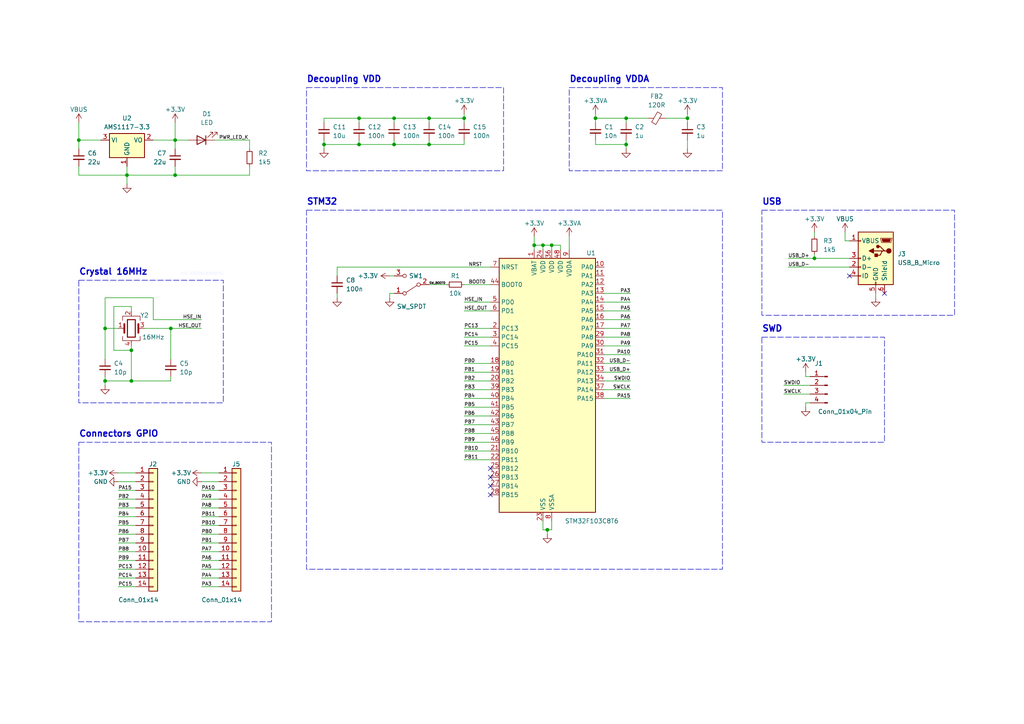
<source format=kicad_sch>
(kicad_sch (version 20230121) (generator eeschema)
  (paper "A4")
  (title_block (title "STM32 Devkit by Victor Freitas") (date "2023-08-19") (rev "1.0") (company "VLab"))
  (lib_symbols
    (symbol "Connector:Conn_01x04_Pin" (pin_names (offset 1.016) hide)
      (property "Reference" "J" (at 0 5.08 0))
      (property "Value" "Conn_01x04_Pin" (at 0 -7.62 0))
      (symbol "Conn_01x04_Pin_1_1"
        (polyline (pts (xy 1.27 -5.08) (xy 0.8636 -5.08)) (stroke (width 0.1524)))
        (polyline (pts (xy 1.27 -2.54) (xy 0.8636 -2.54)) (stroke (width 0.1524)))
        (polyline (pts (xy 1.27 0) (xy 0.8636 0)) (stroke (width 0.1524)))
        (polyline (pts (xy 1.27 2.54) (xy 0.8636 2.54)) (stroke (width 0.1524)))
        (rectangle (start 0.8636 -4.953) (end 0 -5.207) (stroke (width 0.1524)) (fill (type outline)))
        (rectangle (start 0.8636 -2.413) (end 0 -2.667) (stroke (width 0.1524)) (fill (type outline)))
        (rectangle (start 0.8636 0.127) (end 0 -0.127) (stroke (width 0.1524)) (fill (type outline)))
        (rectangle (start 0.8636 2.667) (end 0 2.413) (stroke (width 0.1524)) (fill (type outline)))
        (pin passive line (at 5.08 2.54 180) (length 3.81) (name "Pin_1") (number "1"))
        (pin passive line (at 5.08 0 180) (length 3.81) (name "Pin_2") (number "2"))
        (pin passive line (at 5.08 -2.54 180) (length 3.81) (name "Pin_3") (number "3"))
        (pin passive line (at 5.08 -5.08 180) (length 3.81) (name "Pin_4") (number "4"))
      )
    )
    (symbol "Connector:USB_B_Micro" (pin_names (offset 1.016))
      (property "Reference" "J" (at -5.08 11.43 0))
      (property "Value" "USB_B_Micro" (at -5.08 8.89 0))
      (symbol "USB_B_Micro_0_1"
        (rectangle (start -5.08 -7.62) (end 5.08 7.62) (stroke (width 0.254)) (fill (type background)))
        (circle (center -3.81 2.159) (radius 0.635) (stroke (width 0.254)) (fill (type outline)))
        (circle (center -0.635 3.429) (radius 0.381) (stroke (width 0.254)) (fill (type outline)))
        (rectangle (start -0.127 -7.62) (end 0.127 -6.858))
        (polyline (pts (xy -1.905 2.159) (xy 0.635 2.159)) (stroke (width 0.254)))
        (polyline (pts (xy -3.175 2.159) (xy -2.54 2.159) (xy -1.27 3.429) (xy -0.635 3.429)) (stroke (width 0.254)))
        (polyline (pts (xy -2.54 2.159) (xy -1.905 2.159) (xy -1.27 0.889) (xy 0 0.889)) (stroke (width 0.254)))
        (polyline (pts (xy 0.635 2.794) (xy 0.635 1.524) (xy 1.905 2.159) (xy 0.635 2.794)) (stroke (width 0.254)) (fill (type outline)))
        (polyline (pts (xy -4.318 5.588) (xy -1.778 5.588) (xy -2.032 4.826) (xy -4.064 4.826) (xy -4.318 5.588)) (fill (type outline)))
        (polyline (pts (xy -4.699 5.842) (xy -4.699 5.588) (xy -4.445 4.826) (xy -4.445 4.572) (xy -1.651 4.572) (xy -1.651 4.826) (xy -1.397 5.588) (xy -1.397 5.842) (xy -4.699 5.842)))
        (rectangle (start 0.254 1.27) (end -0.508 0.508) (stroke (width 0.254)) (fill (type outline)))
        (rectangle (start 5.08 -5.207) (end 4.318 -4.953))
        (rectangle (start 5.08 -2.667) (end 4.318 -2.413))
        (rectangle (start 5.08 -0.127) (end 4.318 0.127))
        (rectangle (start 5.08 4.953) (end 4.318 5.207))
      )
      (symbol "USB_B_Micro_1_1"
        (pin power_out line (at 7.62 5.08 180) (length 2.54) (name "VBUS") (number "1"))
        (pin bidirectional line (at 7.62 -2.54 180) (length 2.54) (name "D-") (number "2"))
        (pin bidirectional line (at 7.62 0 180) (length 2.54) (name "D+") (number "3"))
        (pin passive line (at 7.62 -5.08 180) (length 2.54) (name "ID") (number "4"))
        (pin power_out line (at 0 -10.16 90) (length 2.54) (name "GND") (number "5"))
        (pin passive line (at -2.54 -10.16 90) (length 2.54) (name "Shield") (number "6"))
      )
    )
    (symbol "Connector_Generic:Conn_01x14" (pin_names (offset 1.016) hide)
      (property "Reference" "J" (at 0 17.78 0))
      (property "Value" "Conn_01x14" (at 0 -20.32 0))
      (symbol "Conn_01x14_1_1"
        (rectangle (start -1.27 -17.653) (end 0 -17.907) (stroke (width 0.1524)))
        (rectangle (start -1.27 -15.113) (end 0 -15.367) (stroke (width 0.1524)))
        (rectangle (start -1.27 -12.573) (end 0 -12.827) (stroke (width 0.1524)))
        (rectangle (start -1.27 -10.033) (end 0 -10.287) (stroke (width 0.1524)))
        (rectangle (start -1.27 -7.493) (end 0 -7.747) (stroke (width 0.1524)))
        (rectangle (start -1.27 -4.953) (end 0 -5.207) (stroke (width 0.1524)))
        (rectangle (start -1.27 -2.413) (end 0 -2.667) (stroke (width 0.1524)))
        (rectangle (start -1.27 0.127) (end 0 -0.127) (stroke (width 0.1524)))
        (rectangle (start -1.27 2.667) (end 0 2.413) (stroke (width 0.1524)))
        (rectangle (start -1.27 5.207) (end 0 4.953) (stroke (width 0.1524)))
        (rectangle (start -1.27 7.747) (end 0 7.493) (stroke (width 0.1524)))
        (rectangle (start -1.27 10.287) (end 0 10.033) (stroke (width 0.1524)))
        (rectangle (start -1.27 12.827) (end 0 12.573) (stroke (width 0.1524)))
        (rectangle (start -1.27 15.367) (end 0 15.113) (stroke (width 0.1524)))
        (rectangle (start -1.27 16.51) (end 1.27 -19.05) (stroke (width 0.254)) (fill (type background)))
        (pin passive line (at -5.08 15.24 0) (length 3.81) (name "Pin_1") (number "1"))
        (pin passive line (at -5.08 -7.62 0) (length 3.81) (name "Pin_10") (number "10"))
        (pin passive line (at -5.08 -10.16 0) (length 3.81) (name "Pin_11") (number "11"))
        (pin passive line (at -5.08 -12.7 0) (length 3.81) (name "Pin_12") (number "12"))
        (pin passive line (at -5.08 -15.24 0) (length 3.81) (name "Pin_13") (number "13"))
        (pin passive line (at -5.08 -17.78 0) (length 3.81) (name "Pin_14") (number "14"))
        (pin passive line (at -5.08 12.7 0) (length 3.81) (name "Pin_2") (number "2"))
        (pin passive line (at -5.08 10.16 0) (length 3.81) (name "Pin_3") (number "3"))
        (pin passive line (at -5.08 7.62 0) (length 3.81) (name "Pin_4") (number "4"))
        (pin passive line (at -5.08 5.08 0) (length 3.81) (name "Pin_5") (number "5"))
        (pin passive line (at -5.08 2.54 0) (length 3.81) (name "Pin_6") (number "6"))
        (pin passive line (at -5.08 0 0) (length 3.81) (name "Pin_7") (number "7"))
        (pin passive line (at -5.08 -2.54 0) (length 3.81) (name "Pin_8") (number "8"))
        (pin passive line (at -5.08 -5.08 0) (length 3.81) (name "Pin_9") (number "9"))
      )
    )
    (symbol "Device:C_Small" (pin_numbers hide) (pin_names (offset 0.254) hide)
      (property "Reference" "C" (at 0.254 1.778 0))
      (property "Value" "C_Small" (at 0.254 -2.032 0))
      (symbol "C_Small_0_1"
        (polyline (pts (xy -1.524 -0.508) (xy 1.524 -0.508)) (stroke (width 0.3302)))
        (polyline (pts (xy -1.524 0.508) (xy 1.524 0.508)) (stroke (width 0.3048)))
      )
      (symbol "C_Small_1_1"
        (pin passive line (at 0 2.54 270) (length 2.032) (name "~") (number "1"))
        (pin passive line (at 0 -2.54 90) (length 2.032) (name "~") (number "2"))
      )
    )
    (symbol "Device:Crystal_GND24" (pin_names (offset 1.016) hide)
      (property "Reference" "Y" (at 3.175 5.08 0))
      (property "Value" "Crystal_GND24" (at 3.175 3.175 0))
      (symbol "Crystal_GND24_0_1"
        (rectangle (start -1.143 2.54) (end 1.143 -2.54) (stroke (width 0.3048)))
        (polyline (pts (xy -2.54 0) (xy -2.032 0)))
        (polyline (pts (xy -2.032 -1.27) (xy -2.032 1.27)) (stroke (width 0.508)))
        (polyline (pts (xy 0 -3.81) (xy 0 -3.556)))
        (polyline (pts (xy 0 3.556) (xy 0 3.81)))
        (polyline (pts (xy 2.032 -1.27) (xy 2.032 1.27)) (stroke (width 0.508)))
        (polyline (pts (xy 2.032 0) (xy 2.54 0)))
        (polyline (pts (xy -2.54 -2.286) (xy -2.54 -3.556) (xy 2.54 -3.556) (xy 2.54 -2.286)))
        (polyline (pts (xy -2.54 2.286) (xy -2.54 3.556) (xy 2.54 3.556) (xy 2.54 2.286)))
      )
      (symbol "Crystal_GND24_1_1"
        (pin passive line (at -3.81 0 0) (length 1.27) (name "1") (number "1"))
        (pin passive line (at 0 5.08 270) (length 1.27) (name "2") (number "2"))
        (pin passive line (at 3.81 0 180) (length 1.27) (name "3") (number "3"))
        (pin passive line (at 0 -5.08 90) (length 1.27) (name "4") (number "4"))
      )
    )
    (symbol "Device:FerriteBead_Small" (pin_numbers hide) (pin_names (offset 0))
      (property "Reference" "FB" (at 1.905 1.27 0))
      (property "Value" "FerriteBead_Small" (at 1.905 -1.27 0))
      (symbol "FerriteBead_Small_0_1"
        (polyline (pts (xy 0 -1.27) (xy 0 -0.7874)))
        (polyline (pts (xy 0 0.889) (xy 0 1.2954)))
        (polyline (pts (xy -1.8288 0.2794) (xy -1.1176 1.4986) (xy 1.8288 -0.2032) (xy 1.1176 -1.4224) (xy -1.8288 0.2794)))
      )
      (symbol "FerriteBead_Small_1_1"
        (pin passive line (at 0 2.54 270) (length 1.27) (name "~") (number "1"))
        (pin passive line (at 0 -2.54 90) (length 1.27) (name "~") (number "2"))
      )
    )
    (symbol "Device:LED" (pin_numbers hide) (pin_names (offset 1.016) hide)
      (property "Reference" "D" (at 0 2.54 0))
      (property "Value" "LED" (at 0 -2.54 0))
      (symbol "LED_0_1"
        (polyline (pts (xy -1.27 -1.27) (xy -1.27 1.27)) (stroke (width 0.254)))
        (polyline (pts (xy -1.27 0) (xy 1.27 0)))
        (polyline (pts (xy 1.27 -1.27) (xy 1.27 1.27) (xy -1.27 0) (xy 1.27 -1.27)) (stroke (width 0.254)))
        (polyline (pts (xy -3.048 -0.762) (xy -4.572 -2.286) (xy -3.81 -2.286) (xy -4.572 -2.286) (xy -4.572 -1.524)))
        (polyline (pts (xy -1.778 -0.762) (xy -3.302 -2.286) (xy -2.54 -2.286) (xy -3.302 -2.286) (xy -3.302 -1.524)))
      )
      (symbol "LED_1_1"
        (pin passive line (at -3.81 0 0) (length 2.54) (name "K") (number "1"))
        (pin passive line (at 3.81 0 180) (length 2.54) (name "A") (number "2"))
      )
    )
    (symbol "Device:R_Small" (pin_numbers hide) (pin_names (offset 0.254) hide)
      (property "Reference" "R" (at 0.762 0.508 0))
      (property "Value" "R_Small" (at 0.762 -1.016 0))
      (symbol "R_Small_0_1"
        (rectangle (start -0.762 1.778) (end 0.762 -1.778) (stroke (width 0.2032)))
      )
      (symbol "R_Small_1_1"
        (pin passive line (at 0 2.54 270) (length 0.762) (name "~") (number "1"))
        (pin passive line (at 0 -2.54 90) (length 0.762) (name "~") (number "2"))
      )
    )
    (symbol "MCU_ST_STM32F1:STM32F103C8Tx"
      (property "Reference" "U" (at -12.7 39.37 0))
      (property "Value" "STM32F103C8Tx" (at 10.16 39.37 0))
      (symbol "STM32F103C8Tx_0_1"
        (rectangle (start -12.7 -35.56) (end 15.24 38.1) (stroke (width 0.254)) (fill (type background)))
      )
      (symbol "STM32F103C8Tx_1_1"
        (pin power_in line (at -2.54 40.64 270) (length 2.54) (name "VBAT") (number "1"))
        (pin bidirectional line (at 17.78 35.56 180) (length 2.54) (name "PA0") (number "10"))
        (pin bidirectional line (at 17.78 33.02 180) (length 2.54) (name "PA1") (number "11"))
        (pin bidirectional line (at 17.78 30.48 180) (length 2.54) (name "PA2") (number "12"))
        (pin bidirectional line (at 17.78 27.94 180) (length 2.54) (name "PA3") (number "13"))
        (pin bidirectional line (at 17.78 25.4 180) (length 2.54) (name "PA4") (number "14"))
        (pin bidirectional line (at 17.78 22.86 180) (length 2.54) (name "PA5") (number "15"))
        (pin bidirectional line (at 17.78 20.32 180) (length 2.54) (name "PA6") (number "16"))
        (pin bidirectional line (at 17.78 17.78 180) (length 2.54) (name "PA7") (number "17"))
        (pin bidirectional line (at -15.24 7.62 0) (length 2.54) (name "PB0") (number "18"))
        (pin bidirectional line (at -15.24 5.08 0) (length 2.54) (name "PB1") (number "19"))
        (pin bidirectional line (at -15.24 17.78 0) (length 2.54) (name "PC13") (number "2"))
        (pin bidirectional line (at -15.24 2.54 0) (length 2.54) (name "PB2") (number "20"))
        (pin bidirectional line (at -15.24 -17.78 0) (length 2.54) (name "PB10") (number "21"))
        (pin bidirectional line (at -15.24 -20.32 0) (length 2.54) (name "PB11") (number "22"))
        (pin power_in line (at 0 -38.1 90) (length 2.54) (name "VSS") (number "23"))
        (pin power_in line (at 0 40.64 270) (length 2.54) (name "VDD") (number "24"))
        (pin bidirectional line (at -15.24 -22.86 0) (length 2.54) (name "PB12") (number "25"))
        (pin bidirectional line (at -15.24 -25.4 0) (length 2.54) (name "PB13") (number "26"))
        (pin bidirectional line (at -15.24 -27.94 0) (length 2.54) (name "PB14") (number "27"))
        (pin bidirectional line (at -15.24 -30.48 0) (length 2.54) (name "PB15") (number "28"))
        (pin bidirectional line (at 17.78 15.24 180) (length 2.54) (name "PA8") (number "29"))
        (pin bidirectional line (at -15.24 15.24 0) (length 2.54) (name "PC14") (number "3"))
        (pin bidirectional line (at 17.78 12.7 180) (length 2.54) (name "PA9") (number "30"))
        (pin bidirectional line (at 17.78 10.16 180) (length 2.54) (name "PA10") (number "31"))
        (pin bidirectional line (at 17.78 7.62 180) (length 2.54) (name "PA11") (number "32"))
        (pin bidirectional line (at 17.78 5.08 180) (length 2.54) (name "PA12") (number "33"))
        (pin bidirectional line (at 17.78 2.54 180) (length 2.54) (name "PA13") (number "34"))
        (pin passive line (at 0 -38.1 90) (length 2.54) hide (name "VSS") (number "35"))
        (pin power_in line (at 2.54 40.64 270) (length 2.54) (name "VDD") (number "36"))
        (pin bidirectional line (at 17.78 0 180) (length 2.54) (name "PA14") (number "37"))
        (pin bidirectional line (at 17.78 -2.54 180) (length 2.54) (name "PA15") (number "38"))
        (pin bidirectional line (at -15.24 0 0) (length 2.54) (name "PB3") (number "39"))
        (pin bidirectional line (at -15.24 12.7 0) (length 2.54) (name "PC15") (number "4"))
        (pin bidirectional line (at -15.24 -2.54 0) (length 2.54) (name "PB4") (number "40"))
        (pin bidirectional line (at -15.24 -5.08 0) (length 2.54) (name "PB5") (number "41"))
        (pin bidirectional line (at -15.24 -7.62 0) (length 2.54) (name "PB6") (number "42"))
        (pin bidirectional line (at -15.24 -10.16 0) (length 2.54) (name "PB7") (number "43"))
        (pin input line (at -15.24 30.48 0) (length 2.54) (name "BOOT0") (number "44"))
        (pin bidirectional line (at -15.24 -12.7 0) (length 2.54) (name "PB8") (number "45"))
        (pin bidirectional line (at -15.24 -15.24 0) (length 2.54) (name "PB9") (number "46"))
        (pin passive line (at 0 -38.1 90) (length 2.54) hide (name "VSS") (number "47"))
        (pin power_in line (at 5.08 40.64 270) (length 2.54) (name "VDD") (number "48"))
        (pin bidirectional line (at -15.24 25.4 0) (length 2.54) (name "PD0") (number "5"))
        (pin bidirectional line (at -15.24 22.86 0) (length 2.54) (name "PD1") (number "6"))
        (pin input line (at -15.24 35.56 0) (length 2.54) (name "NRST") (number "7"))
        (pin power_in line (at 2.54 -38.1 90) (length 2.54) (name "VSSA") (number "8"))
        (pin power_in line (at 7.62 40.64 270) (length 2.54) (name "VDDA") (number "9"))
      )
    )
    (symbol "Regulator_Linear:AMS1117-3.3"
      (property "Reference" "U" (at -3.81 3.175 0))
      (property "Value" "AMS1117-3.3" (at 0 3.175 0))
      (symbol "AMS1117-3.3_0_1"
        (rectangle (start -5.08 -5.08) (end 5.08 1.905) (stroke (width 0.254)) (fill (type background)))
      )
      (symbol "AMS1117-3.3_1_1"
        (pin power_in line (at 0 -7.62 90) (length 2.54) (name "GND") (number "1"))
        (pin power_out line (at 7.62 0 180) (length 2.54) (name "VO") (number "2"))
        (pin power_in line (at -7.62 0 0) (length 2.54) (name "VI") (number "3"))
      )
    )
    (symbol "Switch:SW_SPDT" (pin_names (offset 0) hide)
      (property "Reference" "SW" (at 0 4.318 0))
      (property "Value" "SW_SPDT" (at 0 -5.08 0))
      (symbol "SW_SPDT_0_0"
        (circle (center -2.032 0) (radius 0.508))
        (circle (center 2.032 -2.54) (radius 0.508))
      )
      (symbol "SW_SPDT_0_1"
        (polyline (pts (xy -1.524 0.254) (xy 1.651 2.286)))
        (circle (center 2.032 2.54) (radius 0.508))
      )
      (symbol "SW_SPDT_1_1"
        (pin passive line (at 5.08 2.54 180) (length 2.54) (name "A") (number "1"))
        (pin passive line (at -5.08 0 0) (length 2.54) (name "B") (number "2"))
        (pin passive line (at 5.08 -2.54 180) (length 2.54) (name "C") (number "3"))
      )
    )
    (symbol "power:+3.3V" (power) (pin_names (offset 0))
      (property "Value" "+3.3V" (at 0 3.556 0))
      (symbol "+3.3V_0_1"
        (polyline (pts (xy -0.762 1.27) (xy 0 2.54)))
        (polyline (pts (xy 0 0) (xy 0 2.54)))
        (polyline (pts (xy 0 2.54) (xy 0.762 1.27)))
      )
      (symbol "+3.3V_1_1"
        (pin power_in line (at 0 0 90) (length 0) hide (name "+3.3V") (number "1"))
      )
    )
    (symbol "power:+3.3VA" (power) (pin_names (offset 0))
      (property "Value" "+3.3VA" (at 0 3.556 0))
      (symbol "+3.3VA_0_1"
        (polyline (pts (xy -0.762 1.27) (xy 0 2.54)))
        (polyline (pts (xy 0 0) (xy 0 2.54)))
        (polyline (pts (xy 0 2.54) (xy 0.762 1.27)))
      )
      (symbol "+3.3VA_1_1"
        (pin power_in line (at 0 0 90) (length 0) hide (name "+3.3VA") (number "1"))
      )
    )
    (symbol "power:GND" (power) (pin_names (offset 0))
      (property "Value" "GND" (at 0 -3.81 0))
      (symbol "GND_0_1"
        (polyline (pts (xy 0 0) (xy 0 -1.27) (xy 1.27 -1.27) (xy 0 -2.54) (xy -1.27 -1.27) (xy 0 -1.27)))
      )
      (symbol "GND_1_1"
        (pin power_in line (at 0 0 270) (length 0) hide (name "GND") (number "1"))
      )
    )
    (symbol "power:VBUS" (power) (pin_names (offset 0))
      (property "Value" "VBUS" (at 0 3.81 0))
      (symbol "VBUS_0_1"
        (polyline (pts (xy -0.762 1.27) (xy 0 2.54)))
        (polyline (pts (xy 0 0) (xy 0 2.54)))
        (polyline (pts (xy 0 2.54) (xy 0.762 1.27)))
      )
      (symbol "VBUS_1_1"
        (pin power_in line (at 0 0 90) (length 0) hide (name "VBUS") (number "1"))
      )
    )
  )
  (junction (at 30.48 95.25))
  (junction (at 134.62 34.29))
  (junction (at 38.1 110.49))
  (junction (at 124.46 34.29))
  (junction (at 22.86 40.64))
  (junction (at 124.46 41.91))
  (junction (at 104.14 41.91))
  (junction (at 181.61 41.91))
  (junction (at 181.61 34.29))
  (junction (at 160.02 71.12))
  (junction (at 104.14 34.29))
  (junction (at 154.94 71.12))
  (junction (at 50.8 40.64))
  (junction (at 114.3 41.91))
  (junction (at 114.3 34.29))
  (junction (at 236.22 74.93))
  (junction (at 49.53 95.25))
  (junction (at 157.48 71.12))
  (junction (at 93.98 41.91))
  (junction (at 172.72 34.29))
  (junction (at 199.39 34.29))
  (junction (at 158.75 153.67))
  (junction (at 36.83 50.8))
  (junction (at 30.48 110.49))
  (junction (at 50.8 50.8))
  (junction (at 38.1 101.6))
  (no_connect (at 256.54 85.09))
  (no_connect (at 142.24 143.51))
  (no_connect (at 142.24 140.97))
  (no_connect (at 142.24 135.89))
  (no_connect (at 142.24 138.43))
  (no_connect (at 246.38 80.01))
  (wire (pts (xy 34.29 160.02) (xy 39.37 160.02)))
  (wire (pts (xy 34.29 139.7) (xy 39.37 139.7)))
  (wire (pts (xy 58.42 154.94) (xy 63.5 154.94)))
  (wire (pts (xy 34.29 154.94) (xy 39.37 154.94)))
  (wire (pts (xy 49.53 95.25) (xy 49.53 104.14)))
  (wire (pts (xy 134.62 100.33) (xy 142.24 100.33)))
  (wire (pts (xy 175.26 90.17) (xy 182.88 90.17)))
  (wire (pts (xy 93.98 41.91) (xy 104.14 41.91)))
  (wire (pts (xy 199.39 35.56) (xy 199.39 34.29)))
  (wire (pts (xy 175.26 110.49) (xy 182.88 110.49)))
  (wire (pts (xy 58.42 144.78) (xy 63.5 144.78)))
  (wire (pts (xy 233.68 116.84) (xy 234.95 116.84)))
  (wire (pts (xy 34.29 162.56) (xy 39.37 162.56)))
  (wire (pts (xy 34.29 149.86) (xy 39.37 149.86)))
  (wire (pts (xy 134.62 118.11) (xy 142.24 118.11)))
  (wire (pts (xy 227.33 114.3) (xy 234.95 114.3)))
  (wire (pts (xy 34.29 137.16) (xy 39.37 137.16)))
  (wire (pts (xy 34.29 142.24) (xy 39.37 142.24)))
  (wire (pts (xy 36.83 50.8) (xy 36.83 48.26)))
  (wire (pts (xy 104.14 41.91) (xy 114.3 41.91)))
  (wire (pts (xy 134.62 130.81) (xy 142.24 130.81)))
  (wire (pts (xy 93.98 34.29) (xy 104.14 34.29)))
  (wire (pts (xy 165.1 68.58) (xy 165.1 72.39)))
  (wire (pts (xy 49.53 109.22) (xy 49.53 110.49)))
  (wire (pts (xy 134.62 95.25) (xy 142.24 95.25)))
  (wire (pts (xy 181.61 34.29) (xy 187.96 34.29)))
  (wire (pts (xy 134.62 110.49) (xy 142.24 110.49)))
  (wire (pts (xy 50.8 48.26) (xy 50.8 50.8)))
  (wire (pts (xy 236.22 67.31) (xy 236.22 68.58)))
  (wire (pts (xy 162.56 72.39) (xy 162.56 71.12)))
  (wire (pts (xy 175.26 97.79) (xy 182.88 97.79)))
  (wire (pts (xy 134.62 125.73) (xy 142.24 125.73)))
  (wire (pts (xy 44.45 92.71) (xy 44.45 86.36)))
  (wire (pts (xy 134.62 40.64) (xy 134.62 41.91)))
  (wire (pts (xy 114.3 34.29) (xy 124.46 34.29)))
  (wire (pts (xy 124.46 82.55) (xy 129.54 82.55)))
  (wire (pts (xy 34.29 167.64) (xy 39.37 167.64)))
  (wire (pts (xy 175.26 115.57) (xy 182.88 115.57)))
  (wire (pts (xy 134.62 41.91) (xy 124.46 41.91)))
  (wire (pts (xy 134.62 120.65) (xy 142.24 120.65)))
  (wire (pts (xy 50.8 50.8) (xy 36.83 50.8)))
  (wire (pts (xy 50.8 40.64) (xy 50.8 43.18)))
  (wire (pts (xy 245.11 67.31) (xy 245.11 69.85)))
  (wire (pts (xy 245.11 69.85) (xy 246.38 69.85)))
  (wire (pts (xy 58.42 160.02) (xy 63.5 160.02)))
  (wire (pts (xy 175.26 85.09) (xy 182.88 85.09)))
  (wire (pts (xy 104.14 40.64) (xy 104.14 41.91)))
  (wire (pts (xy 175.26 113.03) (xy 182.88 113.03)))
  (wire (pts (xy 233.68 107.95) (xy 233.68 109.22)))
  (wire (pts (xy 134.62 105.41) (xy 142.24 105.41)))
  (wire (pts (xy 30.48 95.25) (xy 30.48 86.36)))
  (wire (pts (xy 58.42 152.4) (xy 63.5 152.4)))
  (wire (pts (xy 36.83 50.8) (xy 36.83 53.34)))
  (wire (pts (xy 228.6 74.93) (xy 236.22 74.93)))
  (wire (pts (xy 134.62 34.29) (xy 124.46 34.29)))
  (wire (pts (xy 233.68 118.11) (xy 233.68 116.84)))
  (wire (pts (xy 124.46 34.29) (xy 124.46 35.56)))
  (wire (pts (xy 34.29 165.1) (xy 39.37 165.1)))
  (wire (pts (xy 22.86 50.8) (xy 36.83 50.8)))
  (wire (pts (xy 160.02 153.67) (xy 158.75 153.67)))
  (wire (pts (xy 97.79 77.47) (xy 142.24 77.47)))
  (wire (pts (xy 172.72 33.02) (xy 172.72 34.29)))
  (wire (pts (xy 175.26 107.95) (xy 182.88 107.95)))
  (wire (pts (xy 175.26 102.87) (xy 182.88 102.87)))
  (wire (pts (xy 154.94 68.58) (xy 154.94 71.12)))
  (wire (pts (xy 41.91 95.25) (xy 49.53 95.25)))
  (wire (pts (xy 154.94 71.12) (xy 154.94 72.39)))
  (wire (pts (xy 134.62 97.79) (xy 142.24 97.79)))
  (wire (pts (xy 72.39 48.26) (xy 72.39 50.8)))
  (wire (pts (xy 58.42 167.64) (xy 63.5 167.64)))
  (wire (pts (xy 228.6 77.47) (xy 246.38 77.47)))
  (wire (pts (xy 58.42 149.86) (xy 63.5 149.86)))
  (wire (pts (xy 175.26 92.71) (xy 182.88 92.71)))
  (wire (pts (xy 50.8 40.64) (xy 54.61 40.64)))
  (wire (pts (xy 134.62 107.95) (xy 142.24 107.95)))
  (wire (pts (xy 58.42 137.16) (xy 63.5 137.16)))
  (wire (pts (xy 72.39 43.18) (xy 72.39 40.64)))
  (wire (pts (xy 181.61 40.64) (xy 181.61 41.91)))
  (wire (pts (xy 34.29 170.18) (xy 39.37 170.18)))
  (wire (pts (xy 38.1 101.6) (xy 38.1 110.49)))
  (wire (pts (xy 113.03 85.09) (xy 114.3 85.09)))
  (wire (pts (xy 33.02 88.9) (xy 33.02 101.6)))
  (wire (pts (xy 134.62 115.57) (xy 142.24 115.57)))
  (wire (pts (xy 233.68 109.22) (xy 234.95 109.22)))
  (wire (pts (xy 134.62 87.63) (xy 142.24 87.63)))
  (wire (pts (xy 97.79 80.01) (xy 97.79 77.47)))
  (wire (pts (xy 175.26 95.25) (xy 182.88 95.25)))
  (wire (pts (xy 93.98 41.91) (xy 93.98 40.64)))
  (wire (pts (xy 134.62 113.03) (xy 142.24 113.03)))
  (wire (pts (xy 34.29 144.78) (xy 39.37 144.78)))
  (wire (pts (xy 93.98 35.56) (xy 93.98 34.29)))
  (wire (pts (xy 254 85.09) (xy 254 86.36)))
  (wire (pts (xy 58.42 170.18) (xy 63.5 170.18)))
  (wire (pts (xy 22.86 48.26) (xy 22.86 50.8)))
  (wire (pts (xy 38.1 88.9) (xy 33.02 88.9)))
  (wire (pts (xy 34.29 95.25) (xy 30.48 95.25)))
  (wire (pts (xy 58.42 147.32) (xy 63.5 147.32)))
  (wire (pts (xy 181.61 34.29) (xy 172.72 34.29)))
  (wire (pts (xy 157.48 151.13) (xy 157.48 153.67)))
  (wire (pts (xy 124.46 40.64) (xy 124.46 41.91)))
  (wire (pts (xy 30.48 110.49) (xy 30.48 111.76)))
  (wire (pts (xy 160.02 151.13) (xy 160.02 153.67)))
  (wire (pts (xy 58.42 139.7) (xy 63.5 139.7)))
  (wire (pts (xy 134.62 34.29) (xy 134.62 33.02)))
  (wire (pts (xy 160.02 72.39) (xy 160.02 71.12)))
  (wire (pts (xy 104.14 34.29) (xy 104.14 35.56)))
  (wire (pts (xy 58.42 162.56) (xy 63.5 162.56)))
  (wire (pts (xy 62.23 40.64) (xy 72.39 40.64)))
  (wire (pts (xy 158.75 153.67) (xy 158.75 154.94)))
  (wire (pts (xy 134.62 82.55) (xy 142.24 82.55)))
  (wire (pts (xy 38.1 101.6) (xy 38.1 100.33)))
  (wire (pts (xy 114.3 40.64) (xy 114.3 41.91)))
  (wire (pts (xy 157.48 71.12) (xy 154.94 71.12)))
  (wire (pts (xy 58.42 142.24) (xy 63.5 142.24)))
  (wire (pts (xy 162.56 71.12) (xy 160.02 71.12)))
  (wire (pts (xy 227.33 111.76) (xy 234.95 111.76)))
  (wire (pts (xy 157.48 153.67) (xy 158.75 153.67)))
  (wire (pts (xy 172.72 40.64) (xy 172.72 41.91)))
  (wire (pts (xy 175.26 87.63) (xy 182.88 87.63)))
  (wire (pts (xy 124.46 41.91) (xy 114.3 41.91)))
  (wire (pts (xy 175.26 105.41) (xy 182.88 105.41)))
  (wire (pts (xy 113.03 80.01) (xy 114.3 80.01)))
  (wire (pts (xy 181.61 35.56) (xy 181.61 34.29)))
  (wire (pts (xy 157.48 72.39) (xy 157.48 71.12)))
  (wire (pts (xy 236.22 73.66) (xy 236.22 74.93)))
  (wire (pts (xy 58.42 92.71) (xy 44.45 92.71)))
  (wire (pts (xy 134.62 123.19) (xy 142.24 123.19)))
  (wire (pts (xy 34.29 157.48) (xy 39.37 157.48)))
  (wire (pts (xy 30.48 104.14) (xy 30.48 95.25)))
  (wire (pts (xy 199.39 34.29) (xy 193.04 34.29)))
  (wire (pts (xy 49.53 95.25) (xy 58.42 95.25)))
  (wire (pts (xy 34.29 152.4) (xy 39.37 152.4)))
  (wire (pts (xy 114.3 35.56) (xy 114.3 34.29)))
  (wire (pts (xy 199.39 40.64) (xy 199.39 43.18)))
  (wire (pts (xy 160.02 71.12) (xy 157.48 71.12)))
  (wire (pts (xy 134.62 128.27) (xy 142.24 128.27)))
  (wire (pts (xy 38.1 110.49) (xy 30.48 110.49)))
  (wire (pts (xy 38.1 90.17) (xy 38.1 88.9)))
  (wire (pts (xy 30.48 109.22) (xy 30.48 110.49)))
  (wire (pts (xy 22.86 35.56) (xy 22.86 40.64)))
  (wire (pts (xy 22.86 43.18) (xy 22.86 40.64)))
  (wire (pts (xy 49.53 110.49) (xy 38.1 110.49)))
  (wire (pts (xy 172.72 41.91) (xy 181.61 41.91)))
  (wire (pts (xy 33.02 101.6) (xy 38.1 101.6)))
  (wire (pts (xy 175.26 100.33) (xy 182.88 100.33)))
  (wire (pts (xy 134.62 90.17) (xy 142.24 90.17)))
  (wire (pts (xy 199.39 33.02) (xy 199.39 34.29)))
  (wire (pts (xy 22.86 40.64) (xy 29.21 40.64)))
  (wire (pts (xy 181.61 41.91) (xy 181.61 43.18)))
  (wire (pts (xy 58.42 165.1) (xy 63.5 165.1)))
  (wire (pts (xy 97.79 85.09) (xy 97.79 86.36)))
  (wire (pts (xy 246.38 74.93) (xy 236.22 74.93)))
  (wire (pts (xy 172.72 34.29) (xy 172.72 35.56)))
  (wire (pts (xy 134.62 35.56) (xy 134.62 34.29)))
  (wire (pts (xy 50.8 35.56) (xy 50.8 40.64)))
  (wire (pts (xy 72.39 50.8) (xy 50.8 50.8)))
  (wire (pts (xy 104.14 34.29) (xy 114.3 34.29)))
  (wire (pts (xy 44.45 40.64) (xy 50.8 40.64)))
  (wire (pts (xy 134.62 133.35) (xy 142.24 133.35)))
  (wire (pts (xy 93.98 41.91) (xy 93.98 43.18)))
  (wire (pts (xy 113.03 86.36) (xy 113.03 85.09)))
  (wire (pts (xy 44.45 86.36) (xy 30.48 86.36)))
  (wire (pts (xy 34.29 147.32) (xy 39.37 147.32)))
  (wire (pts (xy 58.42 157.48) (xy 63.5 157.48)))
  (rectangle (start 22.86 81.28) (end 64.77 116.84) (stroke (width 0) (type dash)))
  (rectangle (start 220.98 97.79) (end 256.54 128.27) (stroke (width 0) (type dash)))
  (rectangle (start 220.98 60.96) (end 276.86 91.44) (stroke (width 0) (type dash)))
  (rectangle (start 88.9 60.96) (end 209.55 165.1) (stroke (width 0) (type dash)))
  (rectangle (start 88.9 25.4) (end 146.05 49.53) (stroke (width 0) (type dash)))
  (rectangle (start 165.1 25.4) (end 209.55 49.53) (stroke (width 0) (type dash)))
  (rectangle (start 22.86 128.27) (end 78.74 180.34) (stroke (width 0) (type dash)))
  (text "STM32\n" (at 88.9 59.69 0) (effects (font (size 1.8 1.8) (thickness 0.36) bold) (justify left bottom)))
  (text "Connectors GPIO" (at 22.86 127 0) (effects (font (size 1.8 1.8) (thickness 0.36) bold) (justify left bottom)))
  (text "Decoupling VDD\n" (at 88.9 24.13 0) (effects (font (size 1.8 1.8) (thickness 0.36) bold) (justify left bottom)))
  (text "Crystal 16MHz\n" (at 22.86 80.01 0) (effects (font (size 1.8 1.8) (thickness 0.36) bold) (justify left bottom)))
  (text "SWD" (at 220.98 96.52 0) (effects (font (size 1.8 1.8) (thickness 0.36) bold) (justify left bottom)))
  (text "Decoupling VDDA" (at 165.1 24.13 0) (effects (font (size 1.8 1.8) (thickness 0.36) bold) (justify left bottom)))
  (text "USB" (at 220.98 59.69 0) (effects (font (size 1.8 1.8) (thickness 0.36) bold) (justify left bottom)))
  (text "YXC X322516MMB4SI" (at 52.07 80.01 0) (effects (font (size 0.8 0.8) italic) (justify left bottom)))
  (label "PB5" (at 34.29 152.4 0) (effects (font (size 1 1))))
  (label "PA6" (at 182.88 92.71 180) (effects (font (size 1 1))))
  (label "PA10" (at 58.42 142.24 0) (effects (font (size 1 1))))
  (label "PA5" (at 58.42 165.1 0) (effects (font (size 1 1))))
  (label "HSE_OUT" (at 134.62 90.17 0) (effects (font (size 1 1))))
  (label "PA6" (at 58.42 162.56 0) (effects (font (size 1 1))))
  (label "PB8" (at 34.29 160.02 0) (effects (font (size 1 1))))
  (label "PA8" (at 58.42 147.32 0) (effects (font (size 1 1))))
  (label "PC15" (at 134.62 100.33 0) (effects (font (size 1 1))))
  (label "SWCLK" (at 227.33 114.3 0) (effects (font (size 1 1))))
  (label "PB11" (at 58.42 149.86 0) (effects (font (size 1 1))))
  (label "PB7" (at 34.29 157.48 0) (effects (font (size 1 1))))
  (label "PB4" (at 134.62 115.57 0) (effects (font (size 1 1))))
  (label "PA9" (at 182.88 100.33 180) (effects (font (size 1 1))))
  (label "PB9" (at 134.62 128.27 0) (effects (font (size 1 1))))
  (label "PB2" (at 34.29 144.78 0) (effects (font (size 1 1))))
  (label "PB0" (at 134.62 105.41 0) (effects (font (size 1 1))))
  (label "PB6" (at 134.62 120.65 0) (effects (font (size 1 1))))
  (label "PC13" (at 134.62 95.25 0) (effects (font (size 1 1))))
  (label "PA15" (at 34.29 142.24 0) (effects (font (size 1 1))))
  (label "PA4" (at 182.88 87.63 180) (effects (font (size 1 1))))
  (label "NRST" (at 135.89 77.47 0) (effects (font (size 1 1))))
  (label "PB10" (at 134.62 130.81 0) (effects (font (size 1 1))))
  (label "SWDIO" (at 227.33 111.76 0) (effects (font (size 1 1))))
  (label "PB8" (at 134.62 125.73 0) (effects (font (size 1 1))))
  (label "PA7" (at 182.88 95.25 180) (effects (font (size 1 1))))
  (label "PB10" (at 58.42 152.4 0) (effects (font (size 1 1))))
  (label "PA3" (at 182.88 85.09 180) (effects (font (size 1 1))))
  (label "PA4" (at 58.42 167.64 0) (effects (font (size 1 1))))
  (label "PA7" (at 58.42 160.02 0) (effects (font (size 1 1))))
  (label "USB_D+" (at 182.88 107.95 180) (effects (font (size 1 1))))
  (label "PWR_LED_K" (at 63.5 40.64 0) (effects (font (size 1 1))))
  (label "HSE_IN" (at 134.62 87.63 0) (effects (font (size 1 1))))
  (label "SWCLK" (at 182.88 113.03 180) (effects (font (size 1 1))))
  (label "PB6" (at 34.29 154.94 0) (effects (font (size 1 1))))
  (label "BOOT0" (at 135.89 82.55 0) (effects (font (size 1 1))))
  (label "PB11" (at 134.62 133.35 0) (effects (font (size 1 1))))
  (label "PB5" (at 134.62 118.11 0) (effects (font (size 1 1))))
  (label "PA15" (at 182.88 115.57 180) (effects (font (size 1 1))))
  (label "USB_D-" (at 182.88 105.41 180) (effects (font (size 1 1))))
  (label "HSE_OUT" (at 58.42 95.25 180) (effects (font (size 1 1))))
  (label "PC14" (at 134.62 97.79 0) (effects (font (size 1 1))))
  (label "PA3" (at 58.42 170.18 0) (effects (font (size 1 1))))
  (label "USB_D-" (at 228.6 77.47 0) (effects (font (size 1 1))))
  (label "PB9" (at 34.29 162.56 0) (effects (font (size 1 1))))
  (label "PB1" (at 134.62 107.95 0) (effects (font (size 1 1))))
  (label "USB_D+" (at 228.6 74.93 0) (effects (font (size 1 1))))
  (label "PB3" (at 34.29 147.32 0) (effects (font (size 1 1))))
  (label "PA8" (at 182.88 97.79 180) (effects (font (size 1 1))))
  (label "PA9" (at 58.42 144.78 0) (effects (font (size 1 1))))
  (label "PA5" (at 182.88 90.17 180) (effects (font (size 1 1))))
  (label "PB4" (at 34.29 149.86 0) (effects (font (size 1 1))))
  (label "PB2" (at 134.62 110.49 0) (effects (font (size 1 1))))
  (label "PC13" (at 34.29 165.1 0) (effects (font (size 1 1))))
  (label "PB1" (at 58.42 157.48 0) (effects (font (size 1 1))))
  (label "PA10" (at 182.88 102.87 180) (effects (font (size 1 1))))
  (label "HSE_IN" (at 58.42 92.71 180) (effects (font (size 1 1))))
  (label "SW_BOOT0" (at 124.46 82.55 0) (effects (font (size 0.6 0.6))))
  (label "PB0" (at 58.42 154.94 0) (effects (font (size 1 1))))
  (label "SWDIO" (at 182.88 110.49 180) (effects (font (size 1 1))))
  (label "PB7" (at 134.62 123.19 0) (effects (font (size 1 1))))
  (label "PC14" (at 34.29 167.64 0) (effects (font (size 1 1))))
  (label "PB3" (at 134.62 113.03 0) (effects (font (size 1 1))))
  (label "PC15" (at 34.29 170.18 0) (effects (font (size 1 1))))
  (symbol (lib_id "Device:C_Small") (at 114.3 38.1 0) (unit 1)
    (property "Reference" "C13" (at 116.84 36.8363 0) (effects (justify left)))
    (property "Value" "100n" (at 116.84 39.3763 0) (effects (justify left)))
  )
  (symbol (lib_id "power:GND") (at 97.79 86.36 0) (unit 1)
    (property "Reference" "#PWR08" (effects hide))
    (property "Value" "GND" (effects hide))
  )
  (symbol (lib_id "Regulator_Linear:AMS1117-3.3") (at 36.83 40.64 0) (unit 1)
    (property "Reference" "U2" (at 36.83 34.29 0))
    (property "Value" "AMS1117-3.3" (at 36.83 36.83 0))
    (property "Footprint" "Package_TO_SOT_SMD:SOT-223-3_TabPin2" (effects hide))
    (property "Datasheet" "http://www.advanced-monolithic.com/pdf/ds1117.pdf" (effects hide))
  )
  (symbol (lib_id "Device:C_Small") (at 49.53 106.68 0) (unit 1)
    (property "Reference" "C5" (at 52.07 105.4163 0) (effects (justify left)))
    (property "Value" "10p" (at 52.07 107.9563 0) (effects (justify left)))
  )
  (symbol (lib_id "Device:C_Small") (at 181.61 38.1 0) (unit 1)
    (property "Reference" "C2" (at 184.15 36.8363 0) (effects (justify left)))
    (property "Value" "1u" (at 184.15 39.3763 0) (effects (justify left)))
  )
  (symbol (lib_id "Connector_Generic:Conn_01x14") (at 68.58 152.4 0) (unit 1)
    (property "Reference" "J5" (at 67.31 134.62 0) (effects (justify left)))
    (property "Value" "Conn_01x14" (at 58.42 173.99 0) (effects (justify left)))
  )
  (symbol (lib_id "power:GND") (at 158.75 154.94 0) (unit 1)
    (property "Reference" "#PWR02" (effects hide))
    (property "Value" "GND" (effects hide))
  )
  (symbol (lib_id "power:VBUS") (at 245.11 67.31 0) (unit 1)
    (property "Reference" "#PWR07" (effects hide))
    (property "Value" "VBUS" (at 245.11 63.5 0))
  )
  (symbol (lib_id "Device:R_Small") (at 132.08 82.55 90) (unit 1)
    (property "Reference" "R1" (at 132.08 80.01 90))
    (property "Value" "10k" (at 132.08 85.09 90))
  )
  (symbol (lib_id "Device:C_Small") (at 199.39 38.1 0) (unit 1)
    (property "Reference" "C3" (at 201.93 36.8363 0) (effects (justify left)))
    (property "Value" "1u" (at 201.93 39.3763 0) (effects (justify left)))
  )
  (symbol (lib_id "power:GND") (at 36.83 53.34 0) (unit 1)
    (property "Reference" "#PWR023" (effects hide))
    (property "Value" "GND" (effects hide))
  )
  (symbol (lib_id "Connector:USB_B_Micro") (at 254 74.93 0) (mirror y) (unit 1)
    (property "Reference" "J3" (at 260.35 73.66 0) (effects (justify right)))
    (property "Value" "USB_B_Micro" (at 260.35 76.2 0) (effects (justify right)))
  )
  (symbol (lib_id "Device:C_Small") (at 134.62 38.1 0) (unit 1)
    (property "Reference" "C15" (at 137.16 36.8363 0) (effects (justify left)))
    (property "Value" "100n" (at 137.16 39.3763 0) (effects (justify left)))
  )
  (symbol (lib_id "power:GND") (at 34.29 139.7 270) (unit 1)
    (property "Reference" "#PWR015" (effects hide))
    (property "Value" "GND" (at 29.21 139.7 90))
  )
  (symbol (lib_id "power:+3.3V") (at 233.68 107.95 0) (unit 1)
    (property "Reference" "#PWR012" (effects hide))
    (property "Value" "+3.3V" (at 233.68 104.14 0))
  )
  (symbol (lib_id "power:GND") (at 93.98 43.18 0) (unit 1)
    (property "Reference" "#PWR018" (effects hide))
    (property "Value" "GND" (effects hide))
  )
  (symbol (lib_id "power:GND") (at 58.42 139.7 270) (unit 1)
    (property "Reference" "#PWR022" (effects hide))
    (property "Value" "GND" (at 53.34 139.7 90))
  )
  (symbol (lib_id "Device:R_Small") (at 72.39 45.72 0) (unit 1)
    (property "Reference" "R2" (at 74.93 44.45 0) (effects (justify left)))
    (property "Value" "1k5" (at 74.93 46.99 0) (effects (justify left)))
  )
  (symbol (lib_id "Device:FerriteBead_Small") (at 190.5 34.29 90) (unit 1)
    (property "Reference" "FB2" (at 190.4619 27.94 90))
    (property "Value" "120R" (at 190.4619 30.48 90))
  )
  (symbol (lib_id "power:+3.3V") (at 154.94 68.58 0) (unit 1)
    (property "Reference" "#PWR03" (effects hide))
    (property "Value" "+3.3V" (at 154.94 64.77 0))
  )
  (symbol (lib_id "power:+3.3V") (at 58.42 137.16 90) (unit 1)
    (property "Reference" "#PWR016" (effects hide))
    (property "Value" "+3.3V" (at 52.5129 137.1689 90))
  )
  (symbol (lib_id "Switch:SW_SPDT") (at 119.38 82.55 180) (unit 1)
    (property "Reference" "SW1" (at 120.65 80.01 0))
    (property "Value" "SW_SPDT" (at 119.38 88.9 0))
  )
  (symbol (lib_id "power:+3.3V") (at 113.03 80.01 90) (unit 1)
    (property "Reference" "#PWR010" (effects hide))
    (property "Value" "+3.3V" (at 106.68 80.01 90))
  )
  (symbol (lib_id "Device:C_Small") (at 124.46 38.1 0) (unit 1)
    (property "Reference" "C14" (at 127 36.8363 0) (effects (justify left)))
    (property "Value" "100n" (at 127 39.3763 0) (effects (justify left)))
  )
  (symbol (lib_id "Device:C_Small") (at 30.48 106.68 0) (unit 1)
    (property "Reference" "C4" (at 33.02 105.4163 0) (effects (justify left)))
    (property "Value" "10p" (at 33.02 107.9563 0) (effects (justify left)))
  )
  (symbol (lib_id "power:+3.3V") (at 199.39 33.02 0) (unit 1)
    (property "Reference" "#PWR020" (effects hide))
    (property "Value" "+3.3V" (at 199.39 29.21 0))
  )
  (symbol (lib_id "Device:C_Small") (at 50.8 45.72 0) (unit 1)
    (property "Reference" "C7" (at 48.26 44.45 0) (effects (justify right)))
    (property "Value" "22u" (at 48.26 46.99 0) (effects (justify right)))
  )
  (symbol (lib_id "power:+3.3V") (at 50.8 35.56 0) (unit 1)
    (property "Reference" "#PWR024" (effects hide))
    (property "Value" "+3.3V" (at 50.8 31.75 0))
  )
  (symbol (lib_id "Connector:Conn_01x04_Pin") (at 240.03 111.76 0) (mirror y) (unit 1)
    (property "Reference" "J1" (at 237.49 105.41 0))
    (property "Value" "Conn_01x04_Pin" (at 245.11 119.38 0))
  )
  (symbol (lib_id "Device:R_Small") (at 236.22 71.12 0) (unit 1)
    (property "Reference" "R3" (at 238.76 69.85 0) (effects (justify left)))
    (property "Value" "1k5" (at 238.76 72.39 0) (effects (justify left)))
  )
  (symbol (lib_id "Device:Crystal_GND24") (at 38.1 95.25 0) (unit 1)
    (property "Reference" "Y2" (at 41.91 91.44 0))
    (property "Value" "16MHz" (at 44.45 97.79 0))
  )
  (symbol (lib_id "power:+3.3VA") (at 172.72 33.02 0) (unit 1)
    (property "Reference" "#PWR01" (effects hide))
    (property "Value" "+3.3VA" (at 172.72 29.21 0))
  )
  (symbol (lib_id "Connector_Generic:Conn_01x14") (at 44.45 152.4 0) (unit 1)
    (property "Reference" "J2" (at 43.18 134.62 0) (effects (justify left)))
    (property "Value" "Conn_01x14" (at 34.29 173.99 0) (effects (justify left)))
  )
  (symbol (lib_id "Device:C_Small") (at 93.98 38.1 0) (unit 1)
    (property "Reference" "C11" (at 96.52 36.8363 0) (effects (justify left)))
    (property "Value" "10u" (at 96.52 39.3763 0) (effects (justify left)))
  )
  (symbol (lib_id "power:+3.3VA") (at 165.1 68.58 0) (unit 1)
    (property "Reference" "#PWR04" (effects hide))
    (property "Value" "+3.3VA" (at 165.1 64.77 0))
  )
  (symbol (lib_id "Device:C_Small") (at 172.72 38.1 0) (unit 1)
    (property "Reference" "C1" (at 175.26 36.8363 0) (effects (justify left)))
    (property "Value" "10n" (at 175.26 39.3763 0) (effects (justify left)))
  )
  (symbol (lib_id "power:GND") (at 113.03 86.36 0) (unit 1)
    (property "Reference" "#PWR09" (effects hide))
    (property "Value" "GND" (effects hide))
  )
  (symbol (lib_id "power:GND") (at 233.68 118.11 0) (unit 1)
    (property "Reference" "#PWR013" (effects hide))
    (property "Value" "GND" (effects hide))
  )
  (symbol (lib_id "Device:LED") (at 58.42 40.64 180) (unit 1)
    (property "Reference" "D1" (at 60.0075 33.02 0))
    (property "Value" "LED" (at 60.0075 35.56 0))
  )
  (symbol (lib_id "power:GND") (at 199.39 43.18 0) (unit 1)
    (property "Reference" "#PWR021" (effects hide))
    (property "Value" "GND" (effects hide))
  )
  (symbol (lib_id "MCU_ST_STM32F1:STM32F103C8Tx") (at 157.48 113.03 0) (unit 1)
    (property "Reference" "U1" (at 170.0464 73.3845 0) (effects (justify left)))
    (property "Value" "STM32F103C8T6" (at 163.83 151.13 0) (effects (justify left)))
    (property "Footprint" "Package_QFP:LQFP-48_7x7mm_P0.5mm" (effects hide))
    (property "Datasheet" "https://www.st.com/resource/en/datasheet/stm32f103c8.pdf" (effects hide))
  )
  (symbol (lib_id "power:GND") (at 254 86.36 0) (unit 1)
    (property "Reference" "#PWR011" (effects hide))
    (property "Value" "GND" (effects hide))
  )
  (symbol (lib_id "Device:C_Small") (at 22.86 45.72 0) (unit 1)
    (property "Reference" "C6" (at 25.4 44.4563 0) (effects (justify left)))
    (property "Value" "22u" (at 25.4 46.9963 0) (effects (justify left)))
  )
  (symbol (lib_id "power:+3.3V") (at 134.62 33.02 0) (unit 1)
    (property "Reference" "#PWR017" (effects hide))
    (property "Value" "+3.3V" (at 134.62 29.21 0))
  )
  (symbol (lib_id "power:+3.3V") (at 236.22 67.31 0) (unit 1)
    (property "Reference" "#PWR06" (effects hide))
    (property "Value" "+3.3V" (at 236.22 63.5 0))
  )
  (symbol (lib_id "Device:C_Small") (at 104.14 38.1 0) (unit 1)
    (property "Reference" "C12" (at 106.68 36.8363 0) (effects (justify left)))
    (property "Value" "100n" (at 106.68 39.3763 0) (effects (justify left)))
  )
  (symbol (lib_id "power:VBUS") (at 22.86 35.56 0) (unit 1)
    (property "Reference" "#PWR025" (effects hide))
    (property "Value" "VBUS" (at 22.86 31.75 0))
  )
  (symbol (lib_id "power:+3.3V") (at 34.29 137.16 90) (unit 1)
    (property "Reference" "#PWR014" (effects hide))
    (property "Value" "+3.3V" (at 28.3829 137.1689 90))
  )
  (symbol (lib_id "Device:C_Small") (at 97.79 82.55 0) (unit 1)
    (property "Reference" "C8" (at 100.33 81.2863 0) (effects (justify left)))
    (property "Value" "100n" (at 100.33 83.8263 0) (effects (justify left)))
  )
  (symbol (lib_id "power:GND") (at 30.48 111.76 0) (unit 1)
    (property "Reference" "#PWR05" (effects hide))
    (property "Value" "GND" (effects hide))
  )
  (symbol (lib_id "power:GND") (at 181.61 43.18 0) (unit 1)
    (property "Reference" "#PWR019" (effects hide))
    (property "Value" "GND" (effects hide))
  )
)
</source>
